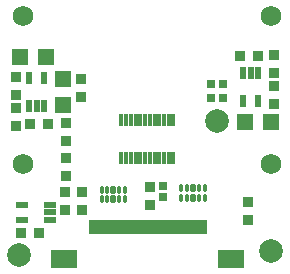
<source format=gts>
G04*
G04 #@! TF.GenerationSoftware,Altium Limited,Altium Designer,20.0.13 (296)*
G04*
G04 Layer_Color=8388736*
%FSLAX44Y44*%
%MOMM*%
G71*
G01*
G75*
%ADD27R,0.5032X1.2032*%
%ADD28R,2.2032X1.5032*%
G04:AMPARAMS|DCode=29|XSize=0.34mm|YSize=0.705mm|CornerRadius=0.12mm|HoleSize=0mm|Usage=FLASHONLY|Rotation=0.000|XOffset=0mm|YOffset=0mm|HoleType=Round|Shape=RoundedRectangle|*
%AMROUNDEDRECTD29*
21,1,0.3400,0.4650,0,0,0.0*
21,1,0.1000,0.7050,0,0,0.0*
1,1,0.2400,0.0500,-0.2325*
1,1,0.2400,-0.0500,-0.2325*
1,1,0.2400,-0.0500,0.2325*
1,1,0.2400,0.0500,0.2325*
%
%ADD29ROUNDEDRECTD29*%
G04:AMPARAMS|DCode=30|XSize=0.54mm|YSize=0.705mm|CornerRadius=0.12mm|HoleSize=0mm|Usage=FLASHONLY|Rotation=0.000|XOffset=0mm|YOffset=0mm|HoleType=Round|Shape=RoundedRectangle|*
%AMROUNDEDRECTD30*
21,1,0.5400,0.4650,0,0,0.0*
21,1,0.3000,0.7050,0,0,0.0*
1,1,0.2400,0.1500,-0.2325*
1,1,0.2400,-0.1500,-0.2325*
1,1,0.2400,-0.1500,0.2325*
1,1,0.2400,0.1500,0.2325*
%
%ADD30ROUNDEDRECTD30*%
%ADD31C,2.0000*%
%ADD32R,0.3300X1.0200*%
%ADD33R,0.5000X1.0000*%
%ADD34R,1.0000X0.5000*%
%ADD35R,0.9032X0.9632*%
%ADD36R,0.9632X0.9032*%
%ADD37R,1.3462X1.4732*%
%ADD38R,1.4732X1.3462*%
%ADD39R,0.7400X0.7400*%
%ADD40R,0.7400X0.7400*%
%ADD41C,1.7272*%
D27*
X-42250Y-289060D02*
D03*
X-32250D02*
D03*
X-37250D02*
D03*
X-22250D02*
D03*
X-12250D02*
D03*
X-17250D02*
D03*
X-2250D02*
D03*
X2750D02*
D03*
X7750D02*
D03*
X22750D02*
D03*
X32750D02*
D03*
X27750D02*
D03*
X42750D02*
D03*
X47750D02*
D03*
X-47250D02*
D03*
X-27250D02*
D03*
X-7250D02*
D03*
X12750D02*
D03*
X17750D02*
D03*
X37750D02*
D03*
D28*
X70320Y-316060D02*
D03*
X-70250D02*
D03*
D29*
X-38852Y-257650D02*
D03*
X-33852D02*
D03*
X-23852D02*
D03*
X-18852D02*
D03*
Y-266000D02*
D03*
X-23852D02*
D03*
X-33852D02*
D03*
X-38852D02*
D03*
X28463Y-256719D02*
D03*
X33463D02*
D03*
X43463D02*
D03*
X48463D02*
D03*
Y-265069D02*
D03*
X43463D02*
D03*
X33463D02*
D03*
X28463D02*
D03*
D30*
X-28852Y-257650D02*
D03*
Y-266000D02*
D03*
X38463Y-256719D02*
D03*
Y-265069D02*
D03*
D31*
X58500Y-199250D02*
D03*
X-109000Y-313250D02*
D03*
X105000Y-309560D02*
D03*
D32*
X-14000Y-231300D02*
D03*
X-10000D02*
D03*
X-6000D02*
D03*
X-22000D02*
D03*
X-18000D02*
D03*
X-2000D02*
D03*
X2000D02*
D03*
X6000D02*
D03*
X10000D02*
D03*
X14000D02*
D03*
X18000D02*
D03*
X22000D02*
D03*
Y-198500D02*
D03*
X18000D02*
D03*
X14000D02*
D03*
X10000D02*
D03*
X6000D02*
D03*
X2000D02*
D03*
X-2000D02*
D03*
X-6000D02*
D03*
X-10000D02*
D03*
X-14000D02*
D03*
X-18000D02*
D03*
X-22000D02*
D03*
D33*
X-93695Y-187000D02*
D03*
X-100195D02*
D03*
Y-163000D02*
D03*
X-87195Y-187000D02*
D03*
Y-163000D02*
D03*
X87500Y-159000D02*
D03*
X94000D02*
D03*
Y-183000D02*
D03*
X81000Y-159000D02*
D03*
Y-183000D02*
D03*
D34*
X-106250Y-270500D02*
D03*
X-82250D02*
D03*
X-106250Y-283500D02*
D03*
X-82250D02*
D03*
Y-277000D02*
D03*
D35*
X93370Y-144500D02*
D03*
X78130D02*
D03*
X-84130Y-201750D02*
D03*
X-99370D02*
D03*
X-91630Y-294750D02*
D03*
X-106870D02*
D03*
D36*
X107000Y-158620D02*
D03*
Y-143380D02*
D03*
X107000Y-170130D02*
D03*
Y-185370D02*
D03*
X-111500Y-203990D02*
D03*
Y-188750D02*
D03*
X-55250Y-259880D02*
D03*
Y-275120D02*
D03*
X-111500Y-177370D02*
D03*
Y-162130D02*
D03*
X-69750Y-260000D02*
D03*
Y-275240D02*
D03*
X-56000Y-164380D02*
D03*
Y-179620D02*
D03*
X-68750Y-216240D02*
D03*
Y-201000D02*
D03*
X2250Y-270370D02*
D03*
Y-255130D02*
D03*
X84750Y-283120D02*
D03*
Y-267880D02*
D03*
X-68750Y-246250D02*
D03*
Y-231010D02*
D03*
D37*
X82250Y-200000D02*
D03*
X104250D02*
D03*
X-108000Y-145250D02*
D03*
X-86000D02*
D03*
D38*
X-71250Y-163750D02*
D03*
Y-185750D02*
D03*
D39*
X63750Y-180250D02*
D03*
X53750D02*
D03*
X63750Y-168500D02*
D03*
X53750D02*
D03*
D40*
X13500Y-264250D02*
D03*
Y-254250D02*
D03*
D41*
X-105000Y-110940D02*
D03*
X105000D02*
D03*
X-105000Y-235940D02*
D03*
X105000D02*
D03*
M02*

</source>
